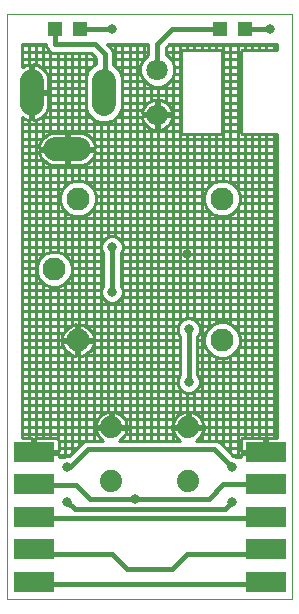
<source format=gtl>
G75*
G70*
%OFA0B0*%
%FSLAX24Y24*%
%IPPOS*%
%LPD*%
%AMOC8*
5,1,8,0,0,1.08239X$1,22.5*
%
%ADD10C,0.0000*%
%ADD11R,0.1378X0.0669*%
%ADD12C,0.0787*%
%ADD13C,0.0768*%
%ADD14C,0.0712*%
%ADD15R,0.0472X0.0472*%
%ADD16C,0.0740*%
%ADD17C,0.0100*%
%ADD18C,0.0317*%
%ADD19C,0.0160*%
D10*
X004680Y004050D02*
X014180Y004050D01*
X014180Y023550D01*
X004680Y023550D01*
X004680Y004050D01*
D11*
X005560Y004640D03*
X005560Y005720D03*
X005560Y006800D03*
X005560Y007880D03*
X005560Y008960D03*
X013300Y008960D03*
X013300Y007880D03*
X013300Y006800D03*
X013300Y005720D03*
X013300Y004640D03*
D12*
X007074Y019060D02*
X006286Y019060D01*
X005499Y020556D02*
X005499Y021344D01*
X007900Y021344D02*
X007900Y020556D01*
D13*
X007042Y017412D03*
X006255Y015050D03*
X007042Y012688D03*
X011845Y012688D03*
X011845Y017412D03*
D14*
X009680Y020200D03*
X009680Y021700D03*
D15*
X011767Y023050D03*
X012593Y023050D03*
X007093Y023050D03*
X006267Y023050D03*
D16*
X008150Y009790D03*
X008150Y008010D03*
X010710Y008010D03*
X010710Y009790D03*
D17*
X010760Y009810D02*
X013680Y009810D01*
X013680Y009570D02*
X011182Y009570D01*
X011192Y009590D02*
X011217Y009668D01*
X011229Y009740D01*
X010760Y009740D01*
X010760Y009840D01*
X010660Y009840D01*
X010660Y010309D01*
X010588Y010297D01*
X010510Y010272D01*
X010437Y010235D01*
X010371Y010187D01*
X010313Y010129D01*
X010265Y010063D01*
X010228Y009990D01*
X010203Y009912D01*
X010191Y009840D01*
X010660Y009840D01*
X010660Y009740D01*
X010191Y009740D01*
X010203Y009668D01*
X010228Y009590D01*
X010265Y009517D01*
X010313Y009451D01*
X010371Y009393D01*
X010437Y009345D01*
X010448Y009340D01*
X008412Y009340D01*
X008423Y009345D01*
X008489Y009393D01*
X008547Y009451D01*
X008595Y009517D01*
X008632Y009590D01*
X008657Y009668D01*
X008669Y009740D01*
X008200Y009740D01*
X008200Y009840D01*
X008100Y009840D01*
X008100Y010309D01*
X008028Y010297D01*
X007950Y010272D01*
X007877Y010235D01*
X007811Y010187D01*
X007753Y010129D01*
X007705Y010063D01*
X007668Y009990D01*
X007643Y009912D01*
X007631Y009840D01*
X008100Y009840D01*
X008100Y009740D01*
X007631Y009740D01*
X007643Y009668D01*
X007668Y009590D01*
X007705Y009517D01*
X007753Y009451D01*
X007811Y009393D01*
X007877Y009345D01*
X007888Y009340D01*
X007322Y009340D01*
X007216Y009296D01*
X006738Y008818D01*
X006607Y008818D01*
X006562Y008800D01*
X006399Y008800D01*
X006399Y008910D01*
X005610Y008910D01*
X005610Y009010D01*
X006399Y009010D01*
X006399Y009314D01*
X006389Y009352D01*
X006369Y009387D01*
X006341Y009415D01*
X006307Y009434D01*
X006269Y009445D01*
X005610Y009445D01*
X005610Y009010D01*
X005510Y009010D01*
X005510Y009445D01*
X005180Y009445D01*
X005180Y020116D01*
X005214Y020091D01*
X005290Y020052D01*
X005372Y020026D01*
X005450Y020013D01*
X005450Y020902D01*
X005547Y020902D01*
X005547Y020998D01*
X006043Y020998D01*
X006043Y021386D01*
X006029Y021471D01*
X006003Y021552D01*
X005964Y021629D01*
X005914Y021698D01*
X005853Y021758D01*
X005784Y021809D01*
X005708Y021848D01*
X005626Y021874D01*
X005547Y021887D01*
X005547Y020998D01*
X005450Y020998D01*
X005450Y021887D01*
X005372Y021874D01*
X005290Y021848D01*
X005214Y021809D01*
X005180Y021784D01*
X005180Y022550D01*
X005990Y022550D01*
X005990Y022492D01*
X006034Y022386D01*
X006116Y022304D01*
X006222Y022260D01*
X007473Y022260D01*
X007640Y022093D01*
X007640Y021889D01*
X007559Y021855D01*
X007389Y021686D01*
X007297Y021464D01*
X007297Y020436D01*
X007389Y020214D01*
X007559Y020045D01*
X007780Y019953D01*
X008021Y019953D01*
X008242Y020045D01*
X008412Y020214D01*
X008504Y020436D01*
X008504Y021464D01*
X008412Y021686D01*
X008242Y021855D01*
X008220Y021865D01*
X008220Y022271D01*
X008176Y022378D01*
X008004Y022550D01*
X009390Y022550D01*
X009390Y022193D01*
X009359Y022180D01*
X009200Y022021D01*
X009114Y021813D01*
X009114Y021587D01*
X009200Y021379D01*
X009359Y021220D01*
X009567Y021134D01*
X009793Y021134D01*
X010001Y021220D01*
X010160Y021379D01*
X010246Y021587D01*
X010246Y021813D01*
X010160Y022021D01*
X010001Y022180D01*
X009970Y022193D01*
X009970Y022430D01*
X010090Y022550D01*
X013680Y022550D01*
X013680Y022350D01*
X012509Y022350D01*
X012480Y022321D01*
X012480Y019579D01*
X012509Y019550D01*
X013680Y019550D01*
X013680Y009445D01*
X013350Y009445D01*
X013350Y009010D01*
X013250Y009010D01*
X013250Y008910D01*
X012461Y008910D01*
X012461Y008800D01*
X012298Y008800D01*
X012253Y008818D01*
X012222Y008818D01*
X011826Y009214D01*
X011744Y009296D01*
X011638Y009340D01*
X010972Y009340D01*
X010983Y009345D01*
X011049Y009393D01*
X011107Y009451D01*
X011155Y009517D01*
X011192Y009590D01*
X011160Y009528D02*
X011160Y009340D01*
X011400Y009340D02*
X011400Y012293D01*
X011342Y012351D02*
X011509Y012184D01*
X011727Y012094D01*
X011963Y012094D01*
X012182Y012184D01*
X012349Y012351D01*
X012439Y012570D01*
X012439Y012806D01*
X012349Y013024D01*
X012182Y013191D01*
X011963Y013282D01*
X011727Y013282D01*
X011509Y013191D01*
X011342Y013024D01*
X011251Y012806D01*
X011251Y012570D01*
X011342Y012351D01*
X011301Y012450D02*
X011020Y012450D01*
X011020Y012210D02*
X011483Y012210D01*
X011640Y012130D02*
X011640Y009339D01*
X011662Y009330D02*
X012465Y009330D01*
X012461Y009314D02*
X012461Y009010D01*
X013250Y009010D01*
X013250Y009445D01*
X012591Y009445D01*
X012553Y009434D01*
X012519Y009415D01*
X012491Y009387D01*
X012471Y009352D01*
X012461Y009314D01*
X012600Y009445D02*
X012600Y019550D01*
X012480Y019650D02*
X011830Y019650D01*
X011830Y019579D02*
X011801Y019550D01*
X010509Y019550D01*
X010480Y019579D01*
X010480Y022321D01*
X010509Y022350D01*
X011801Y022350D01*
X011830Y022321D01*
X011830Y019579D01*
X011640Y019550D02*
X011640Y017970D01*
X007247Y017970D01*
X007320Y017940D02*
X007320Y018576D01*
X007282Y018556D02*
X007359Y018595D01*
X007428Y018646D01*
X007488Y018706D01*
X007539Y018775D01*
X007578Y018852D01*
X007604Y018933D01*
X007617Y019012D01*
X006728Y019012D01*
X006728Y018517D01*
X007116Y018517D01*
X007201Y018530D01*
X007282Y018556D01*
X007472Y018690D02*
X013680Y018690D01*
X013680Y018450D02*
X005180Y018450D01*
X005180Y018690D02*
X005888Y018690D01*
X005880Y018698D02*
X005880Y015515D01*
X005918Y015553D02*
X005751Y015386D01*
X005661Y015168D01*
X005661Y014932D01*
X005751Y014714D01*
X005918Y014547D01*
X006137Y014456D01*
X006373Y014456D01*
X006591Y014547D01*
X006758Y014714D01*
X006849Y014932D01*
X006849Y015168D01*
X006758Y015386D01*
X006591Y015553D01*
X006373Y015644D01*
X006137Y015644D01*
X005918Y015553D01*
X005958Y015570D02*
X005180Y015570D01*
X005180Y015330D02*
X005728Y015330D01*
X005661Y015090D02*
X005180Y015090D01*
X005180Y014850D02*
X005695Y014850D01*
X005855Y014610D02*
X005180Y014610D01*
X005180Y014370D02*
X007812Y014370D01*
X007812Y014373D02*
X007812Y014227D01*
X007868Y014091D01*
X007971Y013988D01*
X008107Y013932D01*
X008253Y013932D01*
X008389Y013988D01*
X008492Y014091D01*
X008548Y014227D01*
X008548Y014373D01*
X008492Y014509D01*
X008470Y014531D01*
X008470Y015569D01*
X008492Y015591D01*
X008548Y015727D01*
X008548Y015873D01*
X008492Y016009D01*
X008389Y016112D01*
X008253Y016168D01*
X008107Y016168D01*
X007971Y016112D01*
X007868Y016009D01*
X007812Y015873D01*
X007812Y015727D01*
X007868Y015591D01*
X007890Y015569D01*
X007890Y014531D01*
X007868Y014509D01*
X007812Y014373D01*
X007852Y014130D02*
X005180Y014130D01*
X005180Y013890D02*
X013680Y013890D01*
X013680Y013650D02*
X005180Y013650D01*
X005180Y013410D02*
X010636Y013410D01*
X010657Y013418D02*
X010521Y013362D01*
X010418Y013259D01*
X010362Y013123D01*
X010362Y012977D01*
X010418Y012841D01*
X010440Y012819D01*
X010440Y011531D01*
X010418Y011509D01*
X010362Y011373D01*
X010362Y011227D01*
X010418Y011091D01*
X010521Y010988D01*
X010657Y010932D01*
X010803Y010932D01*
X010939Y010988D01*
X011042Y011091D01*
X011098Y011227D01*
X011098Y011373D01*
X011042Y011509D01*
X011020Y011531D01*
X011020Y012819D01*
X011042Y012841D01*
X011098Y012977D01*
X011098Y013123D01*
X011042Y013259D01*
X010939Y013362D01*
X010803Y013418D01*
X010657Y013418D01*
X010680Y013418D02*
X010680Y019550D01*
X010480Y019650D02*
X005180Y019650D01*
X005180Y019410D02*
X005868Y019410D01*
X005872Y019414D02*
X005821Y019345D01*
X005782Y019269D01*
X005756Y019188D01*
X005743Y019109D01*
X006632Y019109D01*
X006632Y019604D01*
X006244Y019604D01*
X006159Y019591D01*
X006078Y019564D01*
X006001Y019525D01*
X005932Y019475D01*
X005872Y019414D01*
X005880Y019423D02*
X005880Y020168D01*
X005853Y020142D02*
X005914Y020202D01*
X005964Y020271D01*
X006003Y020348D01*
X006029Y020429D01*
X006043Y020514D01*
X006043Y020902D01*
X005547Y020902D01*
X005547Y020013D01*
X005626Y020026D01*
X005708Y020052D01*
X005784Y020091D01*
X005853Y020142D01*
X005837Y020130D02*
X007473Y020130D01*
X007560Y020044D02*
X007560Y019303D01*
X007578Y019269D02*
X007539Y019345D01*
X007488Y019414D01*
X007428Y019475D01*
X007359Y019525D01*
X007282Y019564D01*
X007201Y019591D01*
X007116Y019604D01*
X006728Y019604D01*
X006728Y019109D01*
X006632Y019109D01*
X006632Y019012D01*
X006728Y019012D01*
X006728Y019109D01*
X007617Y019109D01*
X007604Y019188D01*
X007578Y019269D01*
X007607Y019170D02*
X013680Y019170D01*
X013680Y018930D02*
X007603Y018930D01*
X007560Y019012D02*
X007560Y019109D01*
X007320Y019109D02*
X007320Y019012D01*
X007560Y018817D02*
X007560Y017714D01*
X007553Y017730D02*
X011334Y017730D01*
X011342Y017749D02*
X011251Y017530D01*
X011251Y017294D01*
X011342Y017076D01*
X011509Y016909D01*
X011727Y016818D01*
X011963Y016818D01*
X012182Y016909D01*
X012349Y017076D01*
X012439Y017294D01*
X012439Y017530D01*
X012349Y017749D01*
X012182Y017916D01*
X011963Y018006D01*
X011727Y018006D01*
X011509Y017916D01*
X011342Y017749D01*
X011400Y017807D02*
X011400Y019550D01*
X011160Y019550D02*
X011160Y010052D01*
X011161Y010050D02*
X013680Y010050D01*
X013680Y010290D02*
X010854Y010290D01*
X010832Y010297D02*
X010760Y010309D01*
X010760Y009840D01*
X011229Y009840D01*
X011217Y009912D01*
X011192Y009990D01*
X011155Y010063D01*
X011107Y010129D01*
X011049Y010187D01*
X010983Y010235D01*
X010910Y010272D01*
X010832Y010297D01*
X010760Y010290D02*
X010660Y010290D01*
X010566Y010290D02*
X008294Y010290D01*
X008280Y010295D02*
X008280Y013943D01*
X008040Y013959D02*
X008040Y010299D01*
X008006Y010290D02*
X005180Y010290D01*
X005180Y010050D02*
X007699Y010050D01*
X007800Y010175D02*
X007800Y019953D01*
X008040Y019961D02*
X008040Y016141D01*
X007909Y016050D02*
X005180Y016050D01*
X005180Y015810D02*
X007812Y015810D01*
X007889Y015570D02*
X006551Y015570D01*
X006600Y015545D02*
X006600Y017015D01*
X006605Y017010D02*
X005180Y017010D01*
X005180Y016770D02*
X013680Y016770D01*
X013680Y016530D02*
X005180Y016530D01*
X005180Y016290D02*
X013680Y016290D01*
X013680Y016050D02*
X008451Y016050D01*
X008520Y015942D02*
X008520Y022550D01*
X008280Y022550D02*
X008280Y021818D01*
X008288Y021810D02*
X009114Y021810D01*
X009121Y021570D02*
X008460Y021570D01*
X008504Y021330D02*
X009249Y021330D01*
X009240Y021339D02*
X009240Y020451D01*
X009247Y020465D02*
X009211Y020394D01*
X009186Y020319D01*
X009175Y020250D01*
X009630Y020250D01*
X009630Y020705D01*
X009561Y020694D01*
X009486Y020669D01*
X009415Y020633D01*
X009350Y020586D01*
X009294Y020530D01*
X009247Y020465D01*
X009203Y020370D02*
X008477Y020370D01*
X008504Y020610D02*
X009383Y020610D01*
X009480Y020666D02*
X009480Y021170D01*
X009720Y021134D02*
X009720Y020250D01*
X009730Y020250D02*
X009630Y020250D01*
X009630Y020150D01*
X009730Y020150D01*
X009730Y020250D01*
X010185Y020250D01*
X010174Y020319D01*
X010149Y020394D01*
X010113Y020465D01*
X010066Y020530D01*
X010010Y020586D01*
X009945Y020633D01*
X009874Y020669D01*
X009799Y020694D01*
X009730Y020705D01*
X009730Y020250D01*
X009730Y020150D02*
X010185Y020150D01*
X010174Y020081D01*
X010149Y020006D01*
X010113Y019935D01*
X010066Y019870D01*
X010010Y019814D01*
X009945Y019767D01*
X009874Y019731D01*
X009799Y019706D01*
X009730Y019695D01*
X009730Y020150D01*
X009720Y020150D02*
X009720Y009340D01*
X009960Y009340D02*
X009960Y019778D01*
X010080Y019890D02*
X010480Y019890D01*
X010480Y020130D02*
X010181Y020130D01*
X009960Y020150D02*
X009960Y020250D01*
X010157Y020370D02*
X010480Y020370D01*
X010480Y020610D02*
X009977Y020610D01*
X009960Y020622D02*
X009960Y021203D01*
X010111Y021330D02*
X010480Y021330D01*
X010480Y021090D02*
X008504Y021090D01*
X008504Y020850D02*
X010480Y020850D01*
X010200Y021476D02*
X010200Y009894D01*
X010200Y009840D02*
X010200Y009740D01*
X010200Y009686D02*
X010200Y009340D01*
X010238Y009570D02*
X008622Y009570D01*
X008520Y009425D02*
X008520Y009340D01*
X008760Y009340D02*
X008760Y022550D01*
X009000Y022550D02*
X009000Y009340D01*
X009240Y009340D02*
X009240Y019949D01*
X009247Y019935D02*
X009294Y019870D01*
X009350Y019814D01*
X009415Y019767D01*
X009486Y019731D01*
X009561Y019706D01*
X009630Y019695D01*
X009630Y020150D01*
X009175Y020150D01*
X009186Y020081D01*
X009211Y020006D01*
X009247Y019935D01*
X009280Y019890D02*
X005180Y019890D01*
X005400Y020021D02*
X005400Y009445D01*
X005510Y009330D02*
X005610Y009330D01*
X005640Y009445D02*
X005640Y020030D01*
X005547Y020130D02*
X005450Y020130D01*
X005450Y020370D02*
X005547Y020370D01*
X005547Y020610D02*
X005450Y020610D01*
X005450Y020850D02*
X005547Y020850D01*
X005640Y020902D02*
X005640Y020998D01*
X005547Y021090D02*
X005450Y021090D01*
X005450Y021330D02*
X005547Y021330D01*
X005547Y021570D02*
X005450Y021570D01*
X005450Y021810D02*
X005547Y021810D01*
X005640Y021870D02*
X005640Y022550D01*
X005880Y022550D02*
X005880Y021732D01*
X005781Y021810D02*
X007513Y021810D01*
X007560Y021856D02*
X007560Y022173D01*
X007640Y022050D02*
X005180Y022050D01*
X005180Y021810D02*
X005216Y021810D01*
X005400Y021879D02*
X005400Y022550D01*
X005180Y022530D02*
X005990Y022530D01*
X006120Y022302D02*
X006120Y019578D01*
X006360Y019604D02*
X006360Y022260D01*
X006600Y022260D02*
X006600Y019604D01*
X006632Y019410D02*
X006728Y019410D01*
X006840Y019604D02*
X006840Y022260D01*
X007080Y022260D02*
X007080Y019604D01*
X006728Y019170D02*
X006632Y019170D01*
X006600Y019109D02*
X006600Y019012D01*
X006632Y019012D02*
X005743Y019012D01*
X005756Y018933D01*
X005782Y018852D01*
X005821Y018775D01*
X005872Y018706D01*
X005932Y018646D01*
X006001Y018595D01*
X006078Y018556D01*
X006159Y018530D01*
X006244Y018517D01*
X006632Y018517D01*
X006632Y019012D01*
X006632Y018930D02*
X006728Y018930D01*
X006840Y019012D02*
X006840Y019109D01*
X007080Y019109D02*
X007080Y019012D01*
X006728Y018690D02*
X006632Y018690D01*
X006600Y018517D02*
X006600Y017810D01*
X006539Y017749D02*
X006448Y017530D01*
X006448Y017294D01*
X006539Y017076D01*
X006706Y016909D01*
X006924Y016818D01*
X007160Y016818D01*
X007379Y016909D01*
X007546Y017076D01*
X007636Y017294D01*
X007636Y017530D01*
X007546Y017749D01*
X007379Y017916D01*
X007160Y018006D01*
X006924Y018006D01*
X006706Y017916D01*
X006539Y017749D01*
X006531Y017730D02*
X005180Y017730D01*
X005180Y017490D02*
X006448Y017490D01*
X006467Y017250D02*
X005180Y017250D01*
X005180Y017970D02*
X006837Y017970D01*
X006840Y017971D02*
X006840Y018517D01*
X007080Y018517D02*
X007080Y018006D01*
X007636Y017490D02*
X011251Y017490D01*
X011270Y017250D02*
X007618Y017250D01*
X007560Y017110D02*
X007560Y012822D01*
X007563Y012813D02*
X007537Y012893D01*
X007499Y012968D01*
X007449Y013036D01*
X007390Y013095D01*
X007322Y013144D01*
X007247Y013183D01*
X007167Y013209D01*
X007092Y013220D01*
X007092Y012738D01*
X006992Y012738D01*
X006992Y013220D01*
X006917Y013209D01*
X006837Y013183D01*
X006762Y013144D01*
X006694Y013095D01*
X006635Y013036D01*
X006586Y012968D01*
X006547Y012893D01*
X006521Y012813D01*
X006510Y012738D01*
X006992Y012738D01*
X006992Y012638D01*
X006510Y012638D01*
X006521Y012563D01*
X006547Y012483D01*
X006586Y012408D01*
X006635Y012340D01*
X006694Y012281D01*
X006762Y012231D01*
X006837Y012193D01*
X006917Y012167D01*
X006992Y012155D01*
X006992Y012638D01*
X007092Y012638D01*
X007092Y012155D01*
X007167Y012167D01*
X007247Y012193D01*
X007322Y012231D01*
X007390Y012281D01*
X007449Y012340D01*
X007499Y012408D01*
X007537Y012483D01*
X007563Y012563D01*
X007575Y012638D01*
X007092Y012638D01*
X007092Y012738D01*
X007575Y012738D01*
X007563Y012813D01*
X007560Y012738D02*
X007560Y012638D01*
X007560Y012554D02*
X007560Y009340D01*
X007800Y009340D02*
X007800Y009405D01*
X007678Y009570D02*
X005180Y009570D01*
X005180Y009810D02*
X008100Y009810D01*
X008040Y009840D02*
X008040Y009740D01*
X008200Y009810D02*
X010660Y009810D01*
X010680Y009840D02*
X010680Y010932D01*
X010499Y011010D02*
X005180Y011010D01*
X005180Y010770D02*
X013680Y010770D01*
X013680Y010530D02*
X005180Y010530D01*
X005180Y011250D02*
X010362Y011250D01*
X010440Y011069D02*
X010440Y010236D01*
X010259Y010050D02*
X008601Y010050D01*
X008595Y010063D02*
X008547Y010129D01*
X008489Y010187D01*
X008423Y010235D01*
X008350Y010272D01*
X008272Y010297D01*
X008200Y010309D01*
X008200Y009840D01*
X008669Y009840D01*
X008657Y009912D01*
X008632Y009990D01*
X008595Y010063D01*
X008520Y010155D02*
X008520Y014158D01*
X008508Y014130D02*
X013680Y014130D01*
X013680Y014370D02*
X008548Y014370D01*
X008520Y014442D02*
X008520Y015658D01*
X008471Y015570D02*
X013680Y015570D01*
X013680Y015330D02*
X008470Y015330D01*
X008470Y015090D02*
X013680Y015090D01*
X013680Y014850D02*
X008470Y014850D01*
X008470Y014610D02*
X013680Y014610D01*
X013680Y013410D02*
X010824Y013410D01*
X010920Y013370D02*
X010920Y019550D01*
X011830Y019890D02*
X012480Y019890D01*
X012480Y020130D02*
X011830Y020130D01*
X011830Y020370D02*
X012480Y020370D01*
X012480Y020610D02*
X011830Y020610D01*
X011830Y020850D02*
X012480Y020850D01*
X012480Y021090D02*
X011830Y021090D01*
X011830Y021330D02*
X012480Y021330D01*
X012480Y021570D02*
X011830Y021570D01*
X011830Y021810D02*
X012480Y021810D01*
X012480Y022050D02*
X011830Y022050D01*
X011830Y022290D02*
X012480Y022290D01*
X012600Y022350D02*
X012600Y022550D01*
X012840Y022550D02*
X012840Y022350D01*
X013080Y022350D02*
X013080Y022550D01*
X013320Y022550D02*
X013320Y022350D01*
X013560Y022350D02*
X013560Y022550D01*
X013680Y022530D02*
X010070Y022530D01*
X010200Y022550D02*
X010200Y021924D01*
X010246Y021810D02*
X010480Y021810D01*
X010480Y021570D02*
X010239Y021570D01*
X010131Y022050D02*
X010480Y022050D01*
X010480Y022290D02*
X009970Y022290D01*
X010440Y022550D02*
X010440Y013281D01*
X010381Y013170D02*
X007272Y013170D01*
X007320Y013145D02*
X007320Y016884D01*
X007480Y017010D02*
X011408Y017010D01*
X011400Y017018D02*
X011400Y013082D01*
X011488Y013170D02*
X011079Y013170D01*
X011079Y012930D02*
X011303Y012930D01*
X011251Y012690D02*
X011020Y012690D01*
X011020Y011970D02*
X013680Y011970D01*
X013680Y011730D02*
X011020Y011730D01*
X011050Y011490D02*
X013680Y011490D01*
X013680Y011250D02*
X011098Y011250D01*
X010961Y011010D02*
X013680Y011010D01*
X013680Y012210D02*
X012207Y012210D01*
X012120Y012159D02*
X012120Y008920D01*
X012190Y008850D02*
X012461Y008850D01*
X012360Y008800D02*
X012360Y012378D01*
X012390Y012450D02*
X013680Y012450D01*
X013680Y012690D02*
X012439Y012690D01*
X012388Y012930D02*
X013680Y012930D01*
X013680Y013170D02*
X012203Y013170D01*
X012120Y013217D02*
X012120Y016883D01*
X012283Y017010D02*
X013680Y017010D01*
X013680Y017250D02*
X012421Y017250D01*
X012360Y017103D02*
X012360Y012997D01*
X011880Y013282D02*
X011880Y016818D01*
X011640Y016854D02*
X011640Y013246D01*
X011880Y012094D02*
X011880Y009160D01*
X011826Y009214D02*
X011826Y009214D01*
X011950Y009090D02*
X012461Y009090D01*
X012600Y009010D02*
X012600Y008910D01*
X012840Y008910D02*
X012840Y009010D01*
X012840Y009445D02*
X012840Y019550D01*
X013080Y019550D02*
X013080Y009445D01*
X013250Y009330D02*
X013350Y009330D01*
X013560Y009445D02*
X013560Y019550D01*
X013680Y019410D02*
X007492Y019410D01*
X007320Y019545D02*
X007320Y020380D01*
X007324Y020370D02*
X006010Y020370D01*
X006043Y020610D02*
X007297Y020610D01*
X007297Y020850D02*
X006043Y020850D01*
X005880Y020902D02*
X005880Y020998D01*
X006043Y021090D02*
X007297Y021090D01*
X007297Y021330D02*
X006043Y021330D01*
X005994Y021570D02*
X007341Y021570D01*
X007320Y021520D02*
X007320Y022260D01*
X008024Y022530D02*
X009390Y022530D01*
X009240Y022550D02*
X009240Y022061D01*
X009229Y022050D02*
X008220Y022050D01*
X008212Y022290D02*
X009390Y022290D01*
X010680Y022350D02*
X010680Y022550D01*
X010920Y022550D02*
X010920Y022350D01*
X011160Y022350D02*
X011160Y022550D01*
X011400Y022550D02*
X011400Y022350D01*
X011640Y022350D02*
X011640Y022550D01*
X011880Y022550D02*
X011880Y018006D01*
X012051Y017970D02*
X013680Y017970D01*
X013680Y017730D02*
X012357Y017730D01*
X012360Y017722D02*
X012360Y022550D01*
X012120Y022550D02*
X012120Y017941D01*
X012439Y017490D02*
X013680Y017490D01*
X013680Y018210D02*
X005180Y018210D01*
X005180Y018930D02*
X005757Y018930D01*
X005880Y019012D02*
X005880Y019109D01*
X005753Y019170D02*
X005180Y019170D01*
X006120Y019109D02*
X006120Y019012D01*
X006360Y019012D02*
X006360Y019109D01*
X006360Y018517D02*
X006360Y015644D01*
X006120Y015637D02*
X006120Y018543D01*
X006840Y016853D02*
X006840Y015189D01*
X006849Y015090D02*
X007890Y015090D01*
X007890Y014850D02*
X006815Y014850D01*
X006840Y014911D02*
X006840Y013183D01*
X006813Y013170D02*
X005180Y013170D01*
X005180Y012930D02*
X006566Y012930D01*
X006600Y012987D02*
X006600Y014555D01*
X006655Y014610D02*
X007890Y014610D01*
X007890Y015330D02*
X006782Y015330D01*
X006360Y014456D02*
X006360Y009396D01*
X006395Y009330D02*
X007298Y009330D01*
X007320Y009339D02*
X007320Y012230D01*
X007280Y012210D02*
X010440Y012210D01*
X010440Y011970D02*
X005180Y011970D01*
X005180Y011730D02*
X010440Y011730D01*
X010410Y011490D02*
X005180Y011490D01*
X005180Y012210D02*
X006804Y012210D01*
X006840Y012192D02*
X006840Y008920D01*
X006770Y008850D02*
X006399Y008850D01*
X006360Y008910D02*
X006360Y009010D01*
X006399Y009090D02*
X007010Y009090D01*
X007080Y009160D02*
X007080Y012638D01*
X007092Y012690D02*
X010440Y012690D01*
X010440Y012450D02*
X007520Y012450D01*
X007320Y012638D02*
X007320Y012738D01*
X007518Y012930D02*
X010381Y012930D01*
X010920Y010980D02*
X010920Y010267D01*
X010760Y010050D02*
X010660Y010050D01*
X010920Y009840D02*
X010920Y009740D01*
X011160Y009740D02*
X011160Y009840D01*
X010440Y009840D02*
X010440Y009740D01*
X010440Y009344D02*
X010440Y009340D01*
X009480Y009340D02*
X009480Y019734D01*
X009630Y019890D02*
X009730Y019890D01*
X009730Y020130D02*
X009630Y020130D01*
X009480Y020150D02*
X009480Y020250D01*
X009630Y020370D02*
X009730Y020370D01*
X009730Y020610D02*
X009630Y020610D01*
X009240Y020250D02*
X009240Y020150D01*
X009179Y020130D02*
X008328Y020130D01*
X008280Y020082D02*
X008280Y016157D01*
X008548Y015810D02*
X013680Y015810D01*
X013320Y019550D02*
X013320Y009010D01*
X013350Y009090D02*
X013250Y009090D01*
X013080Y009010D02*
X013080Y008910D01*
X008520Y009740D02*
X008520Y009840D01*
X008280Y009840D02*
X008280Y009740D01*
X008200Y010050D02*
X008100Y010050D01*
X008100Y010290D02*
X008200Y010290D01*
X007800Y009840D02*
X007800Y009740D01*
X006600Y008816D02*
X006600Y012388D01*
X006564Y012450D02*
X005180Y012450D01*
X005180Y012690D02*
X006992Y012690D01*
X007080Y012738D02*
X007080Y016818D01*
X005880Y014585D02*
X005880Y009445D01*
X006120Y009445D02*
X006120Y014463D01*
X006992Y013170D02*
X007092Y013170D01*
X007092Y012930D02*
X006992Y012930D01*
X006840Y012738D02*
X006840Y012638D01*
X006600Y012638D02*
X006600Y012738D01*
X006992Y012450D02*
X007092Y012450D01*
X007092Y012210D02*
X006992Y012210D01*
X006120Y009010D02*
X006120Y008910D01*
X005880Y008910D02*
X005880Y009010D01*
X005640Y009010D02*
X005640Y008910D01*
X005610Y009090D02*
X005510Y009090D01*
X005560Y007880D02*
X005560Y007850D01*
X005560Y005720D02*
X006180Y005550D01*
X006150Y022290D02*
X005180Y022290D01*
X008040Y022514D02*
X008040Y022550D01*
D18*
X008180Y023050D03*
X013430Y023050D03*
X008180Y015800D03*
X008180Y014300D03*
X010680Y015550D03*
X010730Y013050D03*
X010730Y011300D03*
X012180Y008450D03*
X012180Y007300D03*
X008930Y007400D03*
X006680Y007300D03*
X006680Y008450D03*
D19*
X006780Y008450D01*
X007380Y009050D01*
X011580Y009050D01*
X012180Y008450D01*
X011880Y007880D02*
X013300Y007880D01*
X013300Y006800D02*
X012780Y006750D01*
X006080Y006750D01*
X005560Y006800D01*
X005560Y007850D02*
X006980Y007850D01*
X007430Y007400D01*
X008930Y007400D01*
X011400Y007400D01*
X011880Y007880D01*
X012180Y007300D02*
X011930Y007050D01*
X006930Y007050D01*
X006680Y007300D01*
X006180Y005550D02*
X008180Y005550D01*
X008680Y005050D01*
X010180Y005050D01*
X010680Y005550D01*
X012780Y005550D01*
X012780Y004650D02*
X012680Y004550D01*
X006150Y004550D01*
X005560Y004640D01*
X010730Y011300D02*
X010730Y013050D01*
X008180Y014300D02*
X008180Y015800D01*
X007930Y020950D02*
X007930Y022213D01*
X007593Y022550D01*
X006280Y022550D01*
X006280Y023050D01*
X007093Y023050D02*
X008180Y023050D01*
X009680Y022550D02*
X009680Y021700D01*
X009680Y022550D02*
X010180Y023050D01*
X011767Y023050D01*
X012593Y023050D02*
X013430Y023050D01*
M02*

</source>
